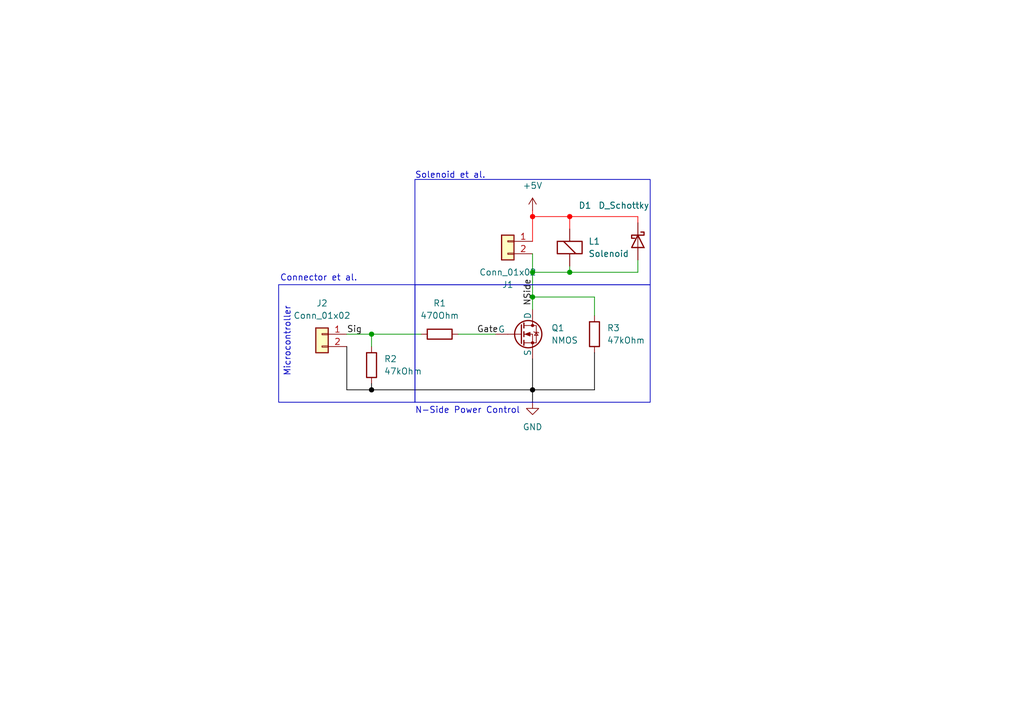
<source format=kicad_sch>
(kicad_sch (version 20250114) (generator "eeschema") (generator_version "9.0")
  (paper "A5")
  (title_block (title "Urban Antagonistic Systems / Spray System") (date "2025-12-03") (rev "2025-12.0") (company "Fionn Heron, Daniel Donovan-Achi, Alexandre Bizri"))
  (lib_symbols
    (symbol "Connector_Generic:Conn_01x02" (pin_names (offset 1.016) (hide yes))
      (property "Reference" "J" (at 0 2.54 0))
      (property "Value" "Conn_01x02" (at 0 -5.08 0))
      (symbol "Conn_01x02_1_1"
        (rectangle (start -1.27 1.27) (end 1.27 -3.81) (stroke (width 0.254)) (fill (type background)))
        (rectangle (start -1.27 0.127) (end 0 -0.127) (stroke (width 0.1524)))
        (rectangle (start -1.27 -2.413) (end 0 -2.667) (stroke (width 0.1524)))
        (pin passive line (at -5.08 0 0) (length 3.81) (name "Pin_1") (number "1"))
        (pin passive line (at -5.08 -2.54 0) (length 3.81) (name "Pin_2") (number "2"))
      )
    )
    (symbol "Device:D_Schottky" (pin_numbers (hide yes)) (pin_names (offset 1.016) (hide yes))
      (property "Reference" "D" (at 0 2.54 0))
      (property "Value" "D_Schottky" (at 0 -2.54 0))
      (symbol "D_Schottky_0_1"
        (polyline (pts (xy -1.905 0.635) (xy -1.905 1.27) (xy -1.27 1.27) (xy -1.27 -1.27) (xy -0.635 -1.27) (xy -0.635 -0.635)) (stroke (width 0.254)))
        (polyline (pts (xy 1.27 1.27) (xy 1.27 -1.27) (xy -1.27 0) (xy 1.27 1.27)) (stroke (width 0.254)))
        (polyline (pts (xy 1.27 0) (xy -1.27 0)))
      )
      (symbol "D_Schottky_1_1"
        (pin passive line (at -3.81 0 0) (length 2.54) (name "K") (number "1"))
        (pin passive line (at 3.81 0 180) (length 2.54) (name "A") (number "2"))
      )
    )
    (symbol "Device:ElectromagneticActor" (pin_numbers (hide yes)) (pin_names (offset 0.0254) (hide yes))
      (property "Reference" "L" (at 1.27 3.81 0))
      (property "Value" "ElectromagneticActor" (at 1.27 -1.27 0))
      (symbol "ElectromagneticActor_0_1"
        (rectangle (start -2.54 2.54) (end 2.54 0) (stroke (width 0.254)))
        (polyline (pts (xy -1.27 2.54) (xy 1.27 0)) (stroke (width 0.254)))
      )
      (symbol "ElectromagneticActor_1_1"
        (pin passive line (at 0 5.08 270) (length 2.54) (name "-") (number "1"))
        (pin passive line (at 0 -2.54 90) (length 2.54) (name "+") (number "2"))
      )
    )
    (symbol "Device:R" (pin_numbers (hide yes)) (pin_names (offset 0))
      (property "Reference" "R" (at 2.032 0 90))
      (property "Value" "R" (at 0 0 90))
      (symbol "R_0_1"
        (rectangle (start -1.016 -2.54) (end 1.016 2.54) (stroke (width 0.254)))
      )
      (symbol "R_1_1"
        (pin passive line (at 0 3.81 270) (length 1.27) (name "~") (number "1"))
        (pin passive line (at 0 -3.81 90) (length 1.27) (name "~") (number "2"))
      )
    )
    (symbol "Simulation_SPICE:NMOS" (pin_numbers (hide yes)) (pin_names (offset 0))
      (property "Reference" "Q" (at 5.08 1.27 0))
      (property "Value" "NMOS" (at 5.08 -1.27 0))
      (symbol "NMOS_0_1"
        (polyline (pts (xy 0.254 1.905) (xy 0.254 -1.905)) (stroke (width 0.254)))
        (polyline (pts (xy 0.254 0) (xy -2.54 0)))
        (polyline (pts (xy 0.762 2.286) (xy 0.762 1.27)) (stroke (width 0.254)))
        (polyline (pts (xy 0.762 0.508) (xy 0.762 -0.508)) (stroke (width 0.254)))
        (polyline (pts (xy 0.762 -1.27) (xy 0.762 -2.286)) (stroke (width 0.254)))
        (polyline (pts (xy 0.762 -1.778) (xy 3.302 -1.778) (xy 3.302 1.778) (xy 0.762 1.778)))
        (polyline (pts (xy 1.016 0) (xy 2.032 0.381) (xy 2.032 -0.381) (xy 1.016 0)) (fill (type outline)))
        (circle (center 1.651 0) (radius 2.794) (stroke (width 0.254)))
        (polyline (pts (xy 2.54 2.54) (xy 2.54 1.778)))
        (circle (center 2.54 1.778) (radius 0.254) (fill (type outline)))
        (circle (center 2.54 -1.778) (radius 0.254) (fill (type outline)))
        (polyline (pts (xy 2.54 -2.54) (xy 2.54 0) (xy 0.762 0)))
        (polyline (pts (xy 2.794 0.508) (xy 2.921 0.381) (xy 3.683 0.381) (xy 3.81 0.254)))
        (polyline (pts (xy 3.302 0.381) (xy 2.921 -0.254) (xy 3.683 -0.254) (xy 3.302 0.381)))
      )
      (symbol "NMOS_1_1"
        (pin input line (at -5.08 0 0) (length 2.54) (name "G") (number "2"))
        (pin passive line (at 2.54 5.08 270) (length 2.54) (name "D") (number "1"))
        (pin passive line (at 2.54 -5.08 90) (length 2.54) (name "S") (number "3"))
      )
    )
    (symbol "power:+5V" (power) (pin_numbers (hide yes)) (pin_names (offset 0) (hide yes))
      (property "Value" "+5V" (at 0 3.556 0))
      (symbol "+5V_0_1"
        (polyline (pts (xy -0.762 1.27) (xy 0 2.54)))
        (polyline (pts (xy 0 2.54) (xy 0.762 1.27)))
        (polyline (pts (xy 0 0) (xy 0 2.54)))
      )
      (symbol "+5V_1_1"
        (pin power_in line (at 0 0 90) (length 0) (name "~") (number "1"))
      )
    )
    (symbol "power:GND" (power) (pin_numbers (hide yes)) (pin_names (offset 0) (hide yes))
      (property "Value" "GND" (at 0 -3.81 0))
      (symbol "GND_0_1"
        (polyline (pts (xy 0 0) (xy 0 -1.27) (xy 1.27 -1.27) (xy 0 -2.54) (xy -1.27 -1.27) (xy 0 -1.27)))
      )
      (symbol "GND_1_1"
        (pin power_in line (at 0 0 270) (length 0) (name "~") (number "1"))
      )
    )
  )
  (rectangle (start 57.15 58.42) (end 85.09 82.55))
  (rectangle (start 85.09 36.83) (end 133.35 58.42))
  (rectangle (start 85.09 58.42) (end 133.35 82.55))
  (text "N-Side Power Control\n" (at 85.09 84.328 0) (effects (font (size 1.27 1.27)) (justify left)))
  (text "Connector et al.\n" (at 57.404 57.15 0) (effects (font (size 1.27 1.27)) (justify left)))
  (text "Microcontroller" (at 58.928 70.104 90) (effects (font (size 1.27 1.27))))
  (text "Solenoid et al.\n" (at 85.09 36.068 0) (effects (font (size 1.27 1.27)) (justify left)))
  (junction (at 76.2 68.58))
  (junction (at 116.84 44.45) (color 250 0 0 1))
  (junction (at 109.22 60.96))
  (junction (at 76.2 80.01) (color 0 0 0 1))
  (junction (at 109.22 44.45) (color 250 0 0 1))
  (junction (at 116.84 55.88))
  (junction (at 109.22 55.88))
  (junction (at 109.22 80.01) (color 0 0 0 1))
  (wire (pts (xy 76.2 68.58) (xy 86.36 68.58)))
  (wire (pts (xy 121.92 60.96) (xy 121.92 64.77)))
  (wire (pts (xy 109.22 60.96) (xy 109.22 63.5)))
  (wire (pts (xy 109.22 80.01) (xy 109.22 82.55)) (stroke (width 0) (color 0 0 0 1)))
  (wire (pts (xy 76.2 68.58) (xy 76.2 71.12)))
  (wire (pts (xy 109.22 60.96) (xy 121.92 60.96)))
  (wire (pts (xy 116.84 44.45) (xy 130.81 44.45)) (stroke (width 0) (color 250 0 0 1)))
  (wire (pts (xy 130.81 55.88) (xy 130.81 53.34)))
  (wire (pts (xy 109.22 55.88) (xy 109.22 60.96)))
  (wire (pts (xy 93.98 68.58) (xy 101.6 68.58)))
  (wire (pts (xy 71.12 80.01) (xy 76.2 80.01)) (stroke (width 0) (color 0 0 0 1)))
  (wire (pts (xy 116.84 55.88) (xy 130.81 55.88)))
  (wire (pts (xy 130.81 44.45) (xy 130.81 45.72)) (stroke (width 0) (color 250 0 0 1)))
  (wire (pts (xy 116.84 44.45) (xy 116.84 46.99)) (stroke (width 0) (color 255 0 0 1)))
  (wire (pts (xy 109.22 43.18) (xy 109.22 44.45)) (stroke (width 0) (color 250 0 0 1)))
  (wire (pts (xy 71.12 71.12) (xy 71.12 80.01)) (stroke (width 0) (color 0 0 0 1)))
  (wire (pts (xy 121.92 80.01) (xy 109.22 80.01)) (stroke (width 0) (color 0 0 0 1)))
  (wire (pts (xy 116.84 54.61) (xy 116.84 55.88)))
  (wire (pts (xy 121.92 72.39) (xy 121.92 80.01)) (stroke (width 0) (color 0 0 0 1)))
  (wire (pts (xy 76.2 78.74) (xy 76.2 80.01)) (stroke (width 0) (color 0 0 0 1)))
  (wire (pts (xy 109.22 49.53) (xy 109.22 44.45)) (stroke (width 0) (color 250 0 0 1)))
  (wire (pts (xy 71.12 68.58) (xy 76.2 68.58)))
  (wire (pts (xy 116.84 55.88) (xy 109.22 55.88)))
  (wire (pts (xy 109.22 55.88) (xy 109.22 52.07)))
  (wire (pts (xy 76.2 80.01) (xy 109.22 80.01)) (stroke (width 0) (color 0 0 0 1)))
  (wire (pts (xy 109.22 73.66) (xy 109.22 80.01)) (stroke (width 0) (color 0 0 0 1)))
  (wire (pts (xy 109.22 44.45) (xy 116.84 44.45)) (stroke (width 0) (color 250 0 0 1)))
  (label "Gate" (at 97.79 68.58 0))
  (label "NSide" (at 109.22 57.15 270))
  (label "Sig" (at 71.12 68.58 0))
  (symbol (lib_id "Device:ElectromagneticActor") (at 116.84 52.07 0) (unit 1) (in_bom no) (on_board no)
    (property "Reference" "L1" (at 120.65 49.5299 0) (effects (justify left)))
    (property "Value" "Solenoid" (at 120.65 52.0699 0) (effects (justify left)))
    (property "Description" "Electromagnetic actor" (effects (hide yes)))
  )
  (symbol (lib_id "Device:R") (at 76.2 74.93 0) (unit 1)
    (property "Reference" "R2" (at 78.74 73.6599 0) (effects (justify left)))
    (property "Value" "47kOhm" (at 78.74 76.1999 0) (effects (justify left)))
    (property "Description" "Resistor" (effects (hide yes)))
  )
  (symbol (lib_id "power:GND") (at 109.22 82.55 0) (unit 1)
    (property "Reference" "#PWR02" (effects (hide yes)))
    (property "Value" "GND" (at 109.22 87.63 0))
    (property "Description" "Power symbol creates a global label with name \"GND\" , ground" (effects (hide yes)))
  )
  (symbol (lib_id "Device:D_Schottky") (at 130.81 49.53 270) (unit 1)
    (property "Reference" "D1" (at 118.618 42.164 90) (effects (justify left)))
    (property "Value" "D_Schottky" (at 122.682 42.164 90) (effects (justify left)))
    (property "Description" "Schottky diode" (effects (hide yes)))
  )
  (symbol (lib_id "Connector_Generic:Conn_01x02") (at 104.14 49.53 0) (mirror y) (unit 1)
    (property "Reference" "J1" (at 104.14 58.42 0))
    (property "Value" "Conn_01x02" (at 104.14 55.88 0))
    (property "Description" "Generic connector, single row, 01x02, script generated (kicad-library-utils/schlib/autogen/connector/)" (effects (hide yes)))
  )
  (symbol (lib_id "Device:R") (at 121.92 68.58 0) (unit 1)
    (property "Reference" "R3" (at 124.46 67.3099 0) (effects (justify left)))
    (property "Value" "47kOhm" (at 124.46 69.8499 0) (effects (justify left)))
    (property "Description" "Resistor" (effects (hide yes)))
  )
  (symbol (lib_id "Device:R") (at 90.17 68.58 90) (unit 1)
    (property "Reference" "R1" (at 90.17 62.23 90))
    (property "Value" "470Ohm" (at 90.17 64.77 90))
    (property "Description" "Resistor" (effects (hide yes)))
  )
  (symbol (lib_id "Connector_Generic:Conn_01x02") (at 66.04 68.58 0) (mirror y) (unit 1)
    (property "Reference" "J2" (at 66.04 62.23 0))
    (property "Value" "Conn_01x02" (at 66.04 64.77 0))
    (property "Description" "Generic connector, single row, 01x02, script generated (kicad-library-utils/schlib/autogen/connector/)" (effects (hide yes)))
  )
  (symbol (lib_id "Simulation_SPICE:NMOS") (at 106.68 68.58 0) (unit 1)
    (property "Reference" "Q1" (at 113.03 67.3099 0) (effects (justify left)))
    (property "Value" "NMOS" (at 113.03 69.8499 0) (effects (justify left)))
    (property "Datasheet" "https://ngspice.sourceforge.io/docs/ngspice-html-manual/manual.xhtml#cha_MOSFETs" (effects (hide yes)))
    (property "Description" "N-MOSFET transistor, drain/source/gate" (effects (hide yes)))
    (property "Sim.Device" "NMOS" (effects (hide yes)))
    (property "Sim.Type" "VDMOS" (effects (hide yes)))
    (property "Sim.Pins" "1=D 2=G 3=S" (effects (hide yes)))
  )
  (symbol (lib_id "power:+5V") (at 109.22 43.18 0) (unit 1)
    (property "Reference" "#PWR01" (effects (hide yes)))
    (property "Value" "+5V" (at 109.22 38.1 0))
    (property "Description" "Power symbol creates a global label with name \"+5V\"" (effects (hide yes)))
  )
)
</source>
